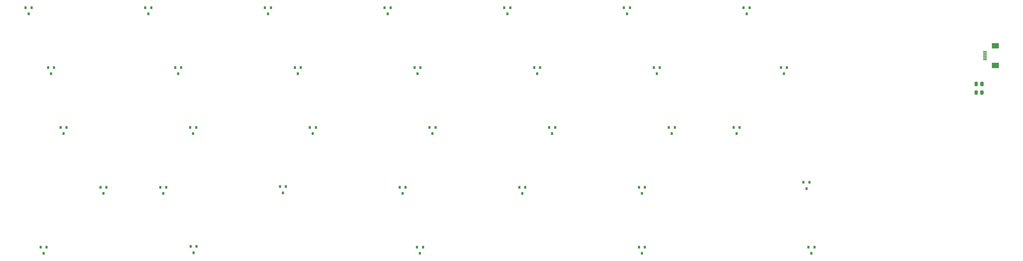
<source format=gbr>
G04 #@! TF.GenerationSoftware,KiCad,Pcbnew,(5.1.10)-1*
G04 #@! TF.CreationDate,2021-07-26T23:03:21+09:00*
G04 #@! TF.ProjectId,Snacks65,536e6163-6b73-4363-952e-6b696361645f,rev?*
G04 #@! TF.SameCoordinates,Original*
G04 #@! TF.FileFunction,Paste,Bot*
G04 #@! TF.FilePolarity,Positive*
%FSLAX46Y46*%
G04 Gerber Fmt 4.6, Leading zero omitted, Abs format (unit mm)*
G04 Created by KiCad (PCBNEW (5.1.10)-1) date 2021-07-26 23:03:21*
%MOMM*%
%LPD*%
G01*
G04 APERTURE LIST*
%ADD10R,1.300000X0.300000*%
%ADD11R,2.200000X1.800000*%
%ADD12R,0.800000X0.900000*%
G04 APERTURE END LIST*
D10*
G04 #@! TO.C,J1*
X342637500Y-43318750D03*
X342637500Y-42818750D03*
X342637500Y-42318750D03*
X342637500Y-41818750D03*
X342637500Y-41318750D03*
X342637500Y-40818750D03*
D11*
X345887500Y-38918750D03*
X345887500Y-45218750D03*
G04 #@! TD*
G04 #@! TO.C,R2*
G36*
G01*
X340315600Y-50603999D02*
X340315600Y-51504001D01*
G75*
G02*
X340065601Y-51754000I-249999J0D01*
G01*
X339540599Y-51754000D01*
G75*
G02*
X339290600Y-51504001I0J249999D01*
G01*
X339290600Y-50603999D01*
G75*
G02*
X339540599Y-50354000I249999J0D01*
G01*
X340065601Y-50354000D01*
G75*
G02*
X340315600Y-50603999I0J-249999D01*
G01*
G37*
G36*
G01*
X342140600Y-50603999D02*
X342140600Y-51504001D01*
G75*
G02*
X341890601Y-51754000I-249999J0D01*
G01*
X341365599Y-51754000D01*
G75*
G02*
X341115600Y-51504001I0J249999D01*
G01*
X341115600Y-50603999D01*
G75*
G02*
X341365599Y-50354000I249999J0D01*
G01*
X341890601Y-50354000D01*
G75*
G02*
X342140600Y-50603999I0J-249999D01*
G01*
G37*
G04 #@! TD*
G04 #@! TO.C,R1*
G36*
G01*
X340315600Y-53347199D02*
X340315600Y-54247201D01*
G75*
G02*
X340065601Y-54497200I-249999J0D01*
G01*
X339540599Y-54497200D01*
G75*
G02*
X339290600Y-54247201I0J249999D01*
G01*
X339290600Y-53347199D01*
G75*
G02*
X339540599Y-53097200I249999J0D01*
G01*
X340065601Y-53097200D01*
G75*
G02*
X340315600Y-53347199I0J-249999D01*
G01*
G37*
G36*
G01*
X342140600Y-53347199D02*
X342140600Y-54247201D01*
G75*
G02*
X341890601Y-54497200I-249999J0D01*
G01*
X341365599Y-54497200D01*
G75*
G02*
X341115600Y-54247201I0J249999D01*
G01*
X341115600Y-53347199D01*
G75*
G02*
X341365599Y-53097200I249999J0D01*
G01*
X341890601Y-53097200D01*
G75*
G02*
X342140600Y-53347199I0J-249999D01*
G01*
G37*
G04 #@! TD*
D12*
G04 #@! TO.C,D34*
X287337500Y-104981250D03*
X288287500Y-102981250D03*
X286387500Y-102981250D03*
G04 #@! TD*
G04 #@! TO.C,D33*
X285750000Y-84343750D03*
X286700000Y-82343750D03*
X284800000Y-82343750D03*
G04 #@! TD*
G04 #@! TO.C,D32*
X263525000Y-66881250D03*
X264475000Y-64881250D03*
X262575000Y-64881250D03*
G04 #@! TD*
G04 #@! TO.C,D31*
X278606250Y-47831250D03*
X279556250Y-45831250D03*
X277656250Y-45831250D03*
G04 #@! TD*
G04 #@! TO.C,D30*
X266700000Y-28781250D03*
X267650000Y-26781250D03*
X265750000Y-26781250D03*
G04 #@! TD*
G04 #@! TO.C,D28*
X233362500Y-104981250D03*
X234312500Y-102981250D03*
X232412500Y-102981250D03*
G04 #@! TD*
G04 #@! TO.C,D27*
X233362500Y-85931250D03*
X234312500Y-83931250D03*
X232412500Y-83931250D03*
G04 #@! TD*
G04 #@! TO.C,D26*
X242887500Y-66881250D03*
X243837500Y-64881250D03*
X241937500Y-64881250D03*
G04 #@! TD*
G04 #@! TO.C,D25*
X238125000Y-47831250D03*
X239075000Y-45831250D03*
X237175000Y-45831250D03*
G04 #@! TD*
G04 #@! TO.C,D24*
X228600000Y-28781250D03*
X229550000Y-26781250D03*
X227650000Y-26781250D03*
G04 #@! TD*
G04 #@! TO.C,D23*
X195262500Y-85931250D03*
X196212500Y-83931250D03*
X194312500Y-83931250D03*
G04 #@! TD*
G04 #@! TO.C,D22*
X204787500Y-66881250D03*
X205737500Y-64881250D03*
X203837500Y-64881250D03*
G04 #@! TD*
G04 #@! TO.C,D21*
X200025000Y-47831250D03*
X200975000Y-45831250D03*
X199075000Y-45831250D03*
G04 #@! TD*
G04 #@! TO.C,D20*
X190500000Y-28781250D03*
X191450000Y-26781250D03*
X189550000Y-26781250D03*
G04 #@! TD*
G04 #@! TO.C,D19*
X162718750Y-104981250D03*
X163668750Y-102981250D03*
X161768750Y-102981250D03*
G04 #@! TD*
G04 #@! TO.C,D18*
X157162500Y-85931250D03*
X158112500Y-83931250D03*
X156212500Y-83931250D03*
G04 #@! TD*
G04 #@! TO.C,D17*
X166687500Y-66881250D03*
X167637500Y-64881250D03*
X165737500Y-64881250D03*
G04 #@! TD*
G04 #@! TO.C,D16*
X161925000Y-47831250D03*
X162875000Y-45831250D03*
X160975000Y-45831250D03*
G04 #@! TD*
G04 #@! TO.C,D15*
X152400000Y-28781250D03*
X153350000Y-26781250D03*
X151450000Y-26781250D03*
G04 #@! TD*
G04 #@! TO.C,D14*
X119062500Y-85725000D03*
X120012500Y-83725000D03*
X118112500Y-83725000D03*
G04 #@! TD*
G04 #@! TO.C,D13*
X128587500Y-66881250D03*
X129537500Y-64881250D03*
X127637500Y-64881250D03*
G04 #@! TD*
G04 #@! TO.C,D12*
X123825000Y-47831250D03*
X124775000Y-45831250D03*
X122875000Y-45831250D03*
G04 #@! TD*
G04 #@! TO.C,D11*
X114300000Y-28781250D03*
X115250000Y-26781250D03*
X113350000Y-26781250D03*
G04 #@! TD*
G04 #@! TO.C,D10*
X90643750Y-104775000D03*
X91593750Y-102775000D03*
X89693750Y-102775000D03*
G04 #@! TD*
G04 #@! TO.C,D9*
X80962500Y-85931250D03*
X81912500Y-83931250D03*
X80012500Y-83931250D03*
G04 #@! TD*
G04 #@! TO.C,D8*
X90487500Y-66881250D03*
X91437500Y-64881250D03*
X89537500Y-64881250D03*
G04 #@! TD*
G04 #@! TO.C,D7*
X85725000Y-47831250D03*
X86675000Y-45831250D03*
X84775000Y-45831250D03*
G04 #@! TD*
G04 #@! TO.C,D6*
X76200000Y-28781250D03*
X77150000Y-26781250D03*
X75250000Y-26781250D03*
G04 #@! TD*
G04 #@! TO.C,D5*
X42862500Y-104981250D03*
X43812500Y-102981250D03*
X41912500Y-102981250D03*
G04 #@! TD*
G04 #@! TO.C,D4*
X61912500Y-85931250D03*
X62862500Y-83931250D03*
X60962500Y-83931250D03*
G04 #@! TD*
G04 #@! TO.C,D3*
X49212500Y-66881250D03*
X50162500Y-64881250D03*
X48262500Y-64881250D03*
G04 #@! TD*
G04 #@! TO.C,D2*
X45243750Y-47831250D03*
X46193750Y-45831250D03*
X44293750Y-45831250D03*
G04 #@! TD*
G04 #@! TO.C,D1*
X38100000Y-28781250D03*
X39050000Y-26781250D03*
X37150000Y-26781250D03*
G04 #@! TD*
M02*

</source>
